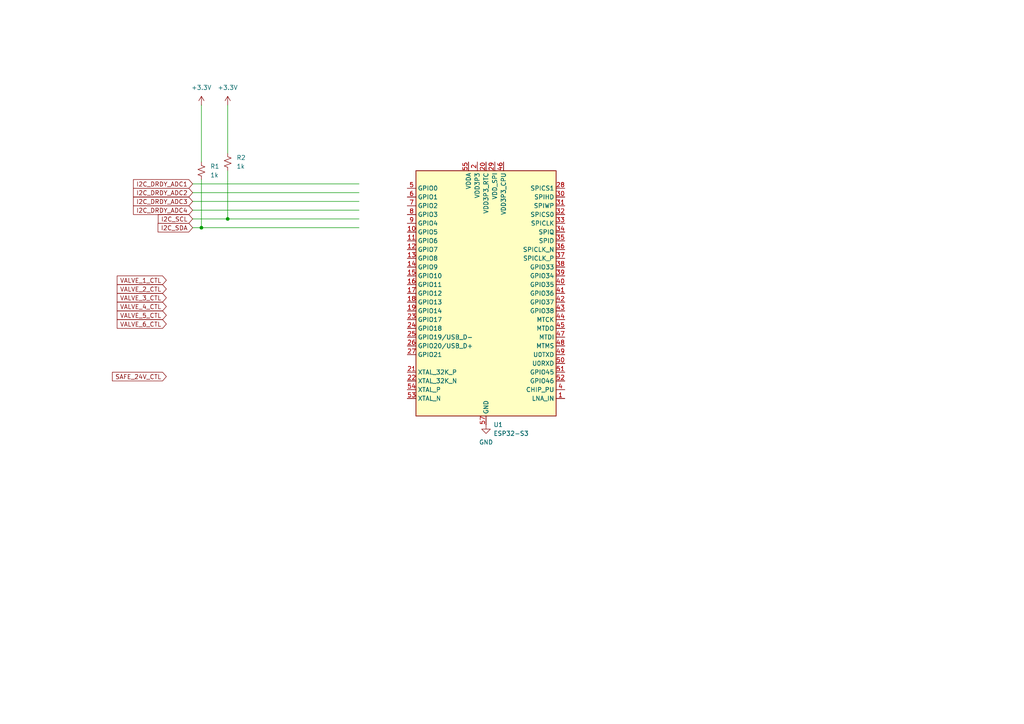
<source format=kicad_sch>
(kicad_sch (version 20250114) (generator "eeschema") (generator_version "9.0")
  (paper "A4")
  (title_block (title "ESP32 Interface") (rev "0.1.0") (company "Queen's Rocket Engineering Team"))
  (lib_symbols
    (symbol "Device:R_Small_US" (pin_numbers (hide yes)) (pin_names (offset 0.254) (hide yes))
      (property "Reference" "R" (at 0.762 0.508 0))
      (property "Value" "R_Small_US" (at 0.762 -1.016 0))
      (symbol "R_Small_US_1_1"
        (polyline (pts (xy 0 1.524) (xy 1.016 1.143) (xy 0 0.762) (xy -1.016 0.381) (xy 0 0)))
        (polyline (pts (xy 0 0) (xy 1.016 -0.381) (xy 0 -0.762) (xy -1.016 -1.143) (xy 0 -1.524)))
        (pin passive line (at 0 2.54 270) (length 1.016) (name "~") (number "1"))
        (pin passive line (at 0 -2.54 90) (length 1.016) (name "~") (number "2"))
      )
    )
    (symbol "MCU_Espressif:ESP32-S3"
      (property "Reference" "U" (at 10.16 -38.1 0))
      (property "Value" "ESP32-S3" (at 13.97 -40.64 0))
      (symbol "ESP32-S3_0_1"
        (rectangle (start -20.32 35.56) (end 20.32 -35.56) (stroke (width 0.254)) (fill (type background)))
      )
      (symbol "ESP32-S3_1_0"
        (pin passive line (at -5.08 38.1 270) (length 2.54) (hide yes) (name "VDDA") (number "56"))
        (pin bidirectional line (at 22.86 12.7 180) (length 2.54) (name "SPICLK_N") (number "36"))
        (pin bidirectional line (at 22.86 -10.16 180) (length 2.54) (name "MTDO") (number "45"))
        (pin bidirectional line (at 22.86 -22.86 180) (length 2.54) (name "GPIO45") (number "51"))
      )
      (symbol "ESP32-S3_1_1"
        (pin bidirectional line (at -22.86 30.48 0) (length 2.54) (name "GPIO0") (number "5"))
        (pin bidirectional line (at -22.86 27.94 0) (length 2.54) (name "GPIO1") (number "6"))
        (pin bidirectional line (at -22.86 25.4 0) (length 2.54) (name "GPIO2") (number "7"))
        (pin bidirectional line (at -22.86 22.86 0) (length 2.54) (name "GPIO3") (number "8"))
        (pin bidirectional line (at -22.86 20.32 0) (length 2.54) (name "GPIO4") (number "9"))
        (pin bidirectional line (at -22.86 17.78 0) (length 2.54) (name "GPIO5") (number "10"))
        (pin bidirectional line (at -22.86 15.24 0) (length 2.54) (name "GPIO6") (number "11"))
        (pin bidirectional line (at -22.86 12.7 0) (length 2.54) (name "GPIO7") (number "12"))
        (pin bidirectional line (at -22.86 10.16 0) (length 2.54) (name "GPIO8") (number "13"))
        (pin bidirectional line (at -22.86 7.62 0) (length 2.54) (name "GPIO9") (number "14"))
        (pin bidirectional line (at -22.86 5.08 0) (length 2.54) (name "GPIO10") (number "15"))
        (pin bidirectional line (at -22.86 2.54 0) (length 2.54) (name "GPIO11") (number "16"))
        (pin bidirectional line (at -22.86 0 0) (length 2.54) (name "GPIO12") (number "17"))
        (pin bidirectional line (at -22.86 -2.54 0) (length 2.54) (name "GPIO13") (number "18"))
        (pin bidirectional line (at -22.86 -5.08 0) (length 2.54) (name "GPIO14") (number "19"))
        (pin bidirectional line (at -22.86 -7.62 0) (length 2.54) (name "GPIO17") (number "23"))
        (pin bidirectional line (at -22.86 -10.16 0) (length 2.54) (name "GPIO18") (number "24"))
        (pin bidirectional line (at -22.86 -12.7 0) (length 2.54) (name "GPIO19/USB_D-") (number "25"))
        (pin bidirectional line (at -22.86 -15.24 0) (length 2.54) (name "GPIO20/USB_D+") (number "26"))
        (pin bidirectional line (at -22.86 -17.78 0) (length 2.54) (name "GPIO21") (number "27"))
        (pin passive line (at -22.86 -22.86 0) (length 2.54) (name "XTAL_32K_P") (number "21"))
        (pin passive line (at -22.86 -25.4 0) (length 2.54) (name "XTAL_32K_N") (number "22"))
        (pin input line (at -22.86 -27.94 0) (length 2.54) (name "XTAL_P") (number "54"))
        (pin output line (at -22.86 -30.48 0) (length 2.54) (name "XTAL_N") (number "53"))
        (pin power_in line (at -5.08 38.1 270) (length 2.54) (name "VDDA") (number "55"))
        (pin power_in line (at -2.54 38.1 270) (length 2.54) (name "VDD3P3") (number "2"))
        (pin passive line (at -2.54 38.1 270) (length 2.54) (hide yes) (name "VDD3P3") (number "3"))
        (pin power_in line (at 0 38.1 270) (length 2.54) (name "VDD3P3_RTC") (number "20"))
        (pin power_in line (at 0 -38.1 90) (length 2.54) (name "GND") (number "57"))
        (pin power_in line (at 2.54 38.1 270) (length 2.54) (name "VDD_SPI") (number "29"))
        (pin power_in line (at 5.08 38.1 270) (length 2.54) (name "VDD3P3_CPU") (number "46"))
        (pin bidirectional line (at 22.86 30.48 180) (length 2.54) (name "SPICS1") (number "28"))
        (pin bidirectional line (at 22.86 27.94 180) (length 2.54) (name "SPIHD") (number "30"))
        (pin bidirectional line (at 22.86 25.4 180) (length 2.54) (name "SPIWP") (number "31"))
        (pin bidirectional line (at 22.86 22.86 180) (length 2.54) (name "SPICS0") (number "32"))
        (pin bidirectional line (at 22.86 20.32 180) (length 2.54) (name "SPICLK") (number "33"))
        (pin bidirectional line (at 22.86 17.78 180) (length 2.54) (name "SPIQ") (number "34"))
        (pin bidirectional line (at 22.86 15.24 180) (length 2.54) (name "SPID") (number "35"))
        (pin bidirectional line (at 22.86 10.16 180) (length 2.54) (name "SPICLK_P") (number "37"))
        (pin bidirectional line (at 22.86 7.62 180) (length 2.54) (name "GPIO33") (number "38"))
        (pin bidirectional line (at 22.86 5.08 180) (length 2.54) (name "GPIO34") (number "39"))
        (pin bidirectional line (at 22.86 2.54 180) (length 2.54) (name "GPIO35") (number "40"))
        (pin bidirectional line (at 22.86 0 180) (length 2.54) (name "GPIO36") (number "41"))
        (pin bidirectional line (at 22.86 -2.54 180) (length 2.54) (name "GPIO37") (number "42"))
        (pin bidirectional line (at 22.86 -5.08 180) (length 2.54) (name "GPIO38") (number "43"))
        (pin bidirectional line (at 22.86 -7.62 180) (length 2.54) (name "MTCK") (number "44"))
        (pin bidirectional line (at 22.86 -12.7 180) (length 2.54) (name "MTDI") (number "47"))
        (pin bidirectional line (at 22.86 -15.24 180) (length 2.54) (name "MTMS") (number "48"))
        (pin bidirectional line (at 22.86 -17.78 180) (length 2.54) (name "U0TXD") (number "49"))
        (pin bidirectional line (at 22.86 -20.32 180) (length 2.54) (name "U0RXD") (number "50"))
        (pin bidirectional line (at 22.86 -25.4 180) (length 2.54) (name "GPIO46") (number "52"))
        (pin input line (at 22.86 -27.94 180) (length 2.54) (name "CHIP_PU") (number "4"))
        (pin bidirectional line (at 22.86 -30.48 180) (length 2.54) (name "LNA_IN") (number "1"))
      )
    )
    (symbol "power:+3.3V" (power) (pin_numbers (hide yes)) (pin_names (offset 0) (hide yes))
      (property "Value" "+3.3V" (at 0 3.556 0))
      (symbol "+3.3V_0_1"
        (polyline (pts (xy -0.762 1.27) (xy 0 2.54)))
        (polyline (pts (xy 0 2.54) (xy 0.762 1.27)))
        (polyline (pts (xy 0 0) (xy 0 2.54)))
      )
      (symbol "+3.3V_1_1"
        (pin power_in line (at 0 0 90) (length 0) (name "~") (number "1"))
      )
    )
    (symbol "power:GND" (power) (pin_numbers (hide yes)) (pin_names (offset 0) (hide yes))
      (property "Value" "GND" (at 0 -3.81 0))
      (symbol "GND_0_1"
        (polyline (pts (xy 0 0) (xy 0 -1.27) (xy 1.27 -1.27) (xy 0 -2.54) (xy -1.27 -1.27) (xy 0 -1.27)))
      )
      (symbol "GND_1_1"
        (pin power_in line (at 0 0 270) (length 0) (name "~") (number "1"))
      )
    )
  )
  (junction (at 66.04 63.5))
  (junction (at 58.42 66.04))
  (wire (pts (xy 55.88 60.96) (xy 104.14 60.96)))
  (wire (pts (xy 58.42 46.99) (xy 58.42 30.48)))
  (wire (pts (xy 55.88 58.42) (xy 104.14 58.42)))
  (wire (pts (xy 55.88 55.88) (xy 104.14 55.88)))
  (wire (pts (xy 66.04 63.5) (xy 104.14 63.5)))
  (wire (pts (xy 55.88 53.34) (xy 104.14 53.34)))
  (wire (pts (xy 66.04 44.45) (xy 66.04 30.48)))
  (wire (pts (xy 55.88 66.04) (xy 58.42 66.04)))
  (wire (pts (xy 58.42 52.07) (xy 58.42 66.04)))
  (wire (pts (xy 55.88 63.5) (xy 66.04 63.5)))
  (wire (pts (xy 66.04 49.53) (xy 66.04 63.5)))
  (wire (pts (xy 58.42 66.04) (xy 104.14 66.04)))
  (global_label "VALVE_6_CTL" (shape input) (at 48.26 93.98 180) (property "Intersheetrefs" "${INTERSHEET_REFS}" (effects (hide yes))))
  (global_label "VALVE_1_CTL" (shape input) (at 48.26 81.28 180) (property "Intersheetrefs" "${INTERSHEET_REFS}" (effects (hide yes))))
  (global_label "SAFE_24V_CTL" (shape input) (at 48.26 109.22 180) (property "Intersheetrefs" "${INTERSHEET_REFS}" (effects (hide yes))))
  (global_label "I2C_SCL" (shape input) (at 55.88 63.5 180) (property "Intersheetrefs" "${INTERSHEET_REFS}" (effects (hide yes))))
  (global_label "VALVE_5_CTL" (shape input) (at 48.26 91.44 180) (property "Intersheetrefs" "${INTERSHEET_REFS}" (effects (hide yes))))
  (global_label "VALVE_4_CTL" (shape input) (at 48.26 88.9 180) (property "Intersheetrefs" "${INTERSHEET_REFS}" (effects (hide yes))))
  (global_label "I2C_DRDY_ADC1" (shape input) (at 55.88 53.34 180) (property "Intersheetrefs" "${INTERSHEET_REFS}" (effects (hide yes))))
  (global_label "VALVE_3_CTL" (shape input) (at 48.26 86.36 180) (property "Intersheetrefs" "${INTERSHEET_REFS}" (effects (hide yes))))
  (global_label "I2C_DRDY_ADC2" (shape input) (at 55.88 55.88 180) (property "Intersheetrefs" "${INTERSHEET_REFS}" (effects (hide yes))))
  (global_label "I2C_SDA" (shape input) (at 55.88 66.04 180) (property "Intersheetrefs" "${INTERSHEET_REFS}" (effects (hide yes))))
  (global_label "I2C_DRDY_ADC3" (shape input) (at 55.88 58.42 180) (property "Intersheetrefs" "${INTERSHEET_REFS}" (effects (hide yes))))
  (global_label "VALVE_2_CTL" (shape input) (at 48.26 83.82 180) (property "Intersheetrefs" "${INTERSHEET_REFS}" (effects (hide yes))))
  (global_label "I2C_DRDY_ADC4" (shape input) (at 55.88 60.96 180) (property "Intersheetrefs" "${INTERSHEET_REFS}" (effects (hide yes))))
  (symbol (lib_id "power:+3.3V") (at 58.42 30.48 0) (unit 1)
    (property "Reference" "#PWR024" (effects (hide yes)))
    (property "Value" "+3.3V" (at 58.42 25.4 0))
    (property "Description" "Power symbol creates a global label with name \"+3.3V\"" (effects (hide yes)))
  )
  (symbol (lib_id "power:+3.3V") (at 66.04 30.48 0) (unit 1)
    (property "Reference" "#PWR02" (effects (hide yes)))
    (property "Value" "+3.3V" (at 66.04 25.4 0))
    (property "Description" "Power symbol creates a global label with name \"+3.3V\"" (effects (hide yes)))
  )
  (symbol (lib_id "Device:R_Small_US") (at 66.04 46.99 0) (unit 1)
    (property "Reference" "R2" (at 68.58 45.7199 0) (effects (justify left)))
    (property "Value" "1k" (at 68.58 48.2599 0) (effects (justify left)))
    (property "Footprint" "Resistor_SMD:R_0402_1005Metric" (effects (hide yes)))
    (property "Description" "Resistor, small US symbol" (effects (hide yes)))
  )
  (symbol (lib_id "MCU_Espressif:ESP32-S3") (at 140.97 85.09 0) (unit 1)
    (property "Reference" "U1" (at 143.1133 123.19 0) (effects (justify left)))
    (property "Value" "ESP32-S3" (at 143.1133 125.73 0) (effects (justify left)))
    (property "Footprint" "Package_DFN_QFN:QFN-56-1EP_7x7mm_P0.4mm_EP4x4mm" (effects (hide yes)))
    (property "Datasheet" "https://www.espressif.com/sites/default/files/documentation/esp32-s3_datasheet_en.pdf" (effects (hide yes)))
    (property "Description" "Microcontroller, Wi-Fi 802.11b/g/n, Bluetooth, 32bit" (effects (hide yes)))
  )
  (symbol (lib_id "power:GND") (at 140.97 123.19 0) (unit 1)
    (property "Reference" "#PWR01" (effects (hide yes)))
    (property "Value" "GND" (at 140.97 128.27 0))
    (property "Description" "Power symbol creates a global label with name \"GND\" , ground" (effects (hide yes)))
  )
  (symbol (lib_id "Device:R_Small_US") (at 58.42 49.53 0) (unit 1)
    (property "Reference" "R1" (at 60.96 48.2599 0) (effects (justify left)))
    (property "Value" "1k" (at 60.96 50.7999 0) (effects (justify left)))
    (property "Footprint" "Resistor_SMD:R_0402_1005Metric" (effects (hide yes)))
    (property "Description" "Resistor, small US symbol" (effects (hide yes)))
  )
)
</source>
